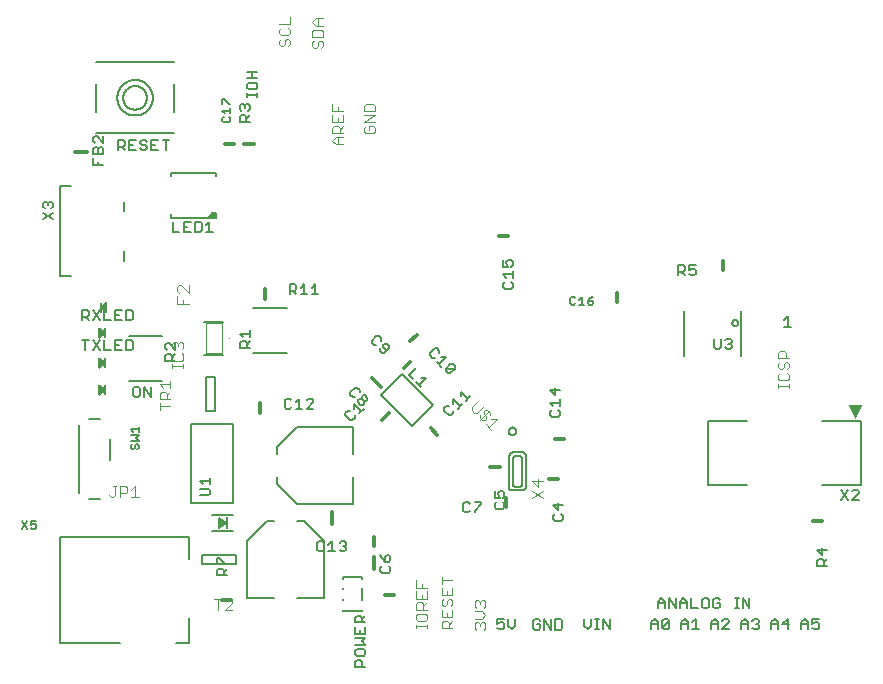
<source format=gbr>
G04 EAGLE Gerber RS-274X export*
G75*
%MOMM*%
%FSLAX34Y34*%
%LPD*%
%INSilkscreen Top*%
%IPPOS*%
%AMOC8*
5,1,8,0,0,1.08239X$1,22.5*%
G01*
%ADD10C,0.127000*%
%ADD11C,0.152400*%
%ADD12C,0.101600*%
%ADD13C,0.304800*%
%ADD14C,0.203200*%
%ADD15R,0.190500X0.889000*%
%ADD16R,0.200000X1.000000*%
%ADD17C,0.177800*%
%ADD18C,0.076200*%
%ADD19C,0.010000*%
%ADD20C,0.075000*%

G36*
X673429Y222412D02*
X673429Y222412D01*
X673473Y222409D01*
X673539Y222428D01*
X673607Y222437D01*
X673646Y222458D01*
X673689Y222470D01*
X673744Y222511D01*
X673804Y222543D01*
X673834Y222577D01*
X673870Y222603D01*
X673919Y222674D01*
X673953Y222712D01*
X673961Y222733D01*
X673977Y222756D01*
X678977Y232756D01*
X679005Y232852D01*
X679037Y232946D01*
X679037Y232959D01*
X679041Y232972D01*
X679034Y233071D01*
X679031Y233171D01*
X679026Y233182D01*
X679025Y233195D01*
X678984Y233286D01*
X678946Y233378D01*
X678938Y233388D01*
X678932Y233400D01*
X678862Y233471D01*
X678795Y233544D01*
X678784Y233550D01*
X678774Y233559D01*
X678684Y233601D01*
X678595Y233647D01*
X678581Y233649D01*
X678571Y233654D01*
X678524Y233657D01*
X678410Y233674D01*
X668410Y233674D01*
X668312Y233657D01*
X668213Y233643D01*
X668202Y233637D01*
X668189Y233635D01*
X668103Y233584D01*
X668016Y233537D01*
X668007Y233527D01*
X667996Y233520D01*
X667933Y233443D01*
X667867Y233368D01*
X667863Y233356D01*
X667855Y233346D01*
X667823Y233252D01*
X667787Y233159D01*
X667787Y233146D01*
X667783Y233134D01*
X667786Y233034D01*
X667785Y232935D01*
X667789Y232921D01*
X667789Y232909D01*
X667807Y232866D01*
X667843Y232756D01*
X672843Y222756D01*
X672869Y222721D01*
X672888Y222680D01*
X672936Y222631D01*
X672977Y222577D01*
X673014Y222553D01*
X673046Y222521D01*
X673108Y222492D01*
X673165Y222455D01*
X673209Y222445D01*
X673249Y222426D01*
X673318Y222421D01*
X673384Y222406D01*
X673429Y222412D01*
G37*
G36*
X33077Y290074D02*
X33077Y290074D01*
X33095Y290072D01*
X33197Y290100D01*
X33300Y290122D01*
X33315Y290131D01*
X33332Y290136D01*
X33477Y290221D01*
X38557Y294031D01*
X38560Y294034D01*
X38564Y294036D01*
X38645Y294123D01*
X38727Y294208D01*
X38729Y294212D01*
X38732Y294215D01*
X38782Y294324D01*
X38832Y294431D01*
X38832Y294435D01*
X38834Y294439D01*
X38847Y294557D01*
X38860Y294675D01*
X38860Y294679D01*
X38860Y294684D01*
X38834Y294800D01*
X38810Y294916D01*
X38807Y294920D01*
X38806Y294924D01*
X38745Y295026D01*
X38685Y295128D01*
X38681Y295131D01*
X38679Y295134D01*
X38557Y295249D01*
X33477Y299059D01*
X33461Y299067D01*
X33448Y299080D01*
X33433Y299087D01*
X33425Y299093D01*
X33375Y299113D01*
X33352Y299124D01*
X33259Y299173D01*
X33241Y299176D01*
X33225Y299183D01*
X33120Y299195D01*
X33016Y299211D01*
X32998Y299208D01*
X32981Y299210D01*
X32878Y299188D01*
X32773Y299170D01*
X32758Y299162D01*
X32740Y299158D01*
X32650Y299104D01*
X32557Y299054D01*
X32544Y299041D01*
X32529Y299032D01*
X32460Y298952D01*
X32388Y298875D01*
X32381Y298858D01*
X32369Y298845D01*
X32330Y298747D01*
X32286Y298651D01*
X32284Y298633D01*
X32277Y298617D01*
X32259Y298450D01*
X32259Y290830D01*
X32262Y290812D01*
X32260Y290795D01*
X32281Y290691D01*
X32299Y290587D01*
X32307Y290572D01*
X32311Y290554D01*
X32364Y290463D01*
X32414Y290370D01*
X32426Y290358D01*
X32436Y290342D01*
X32515Y290273D01*
X32592Y290201D01*
X32608Y290193D01*
X32622Y290181D01*
X32719Y290141D01*
X32815Y290097D01*
X32833Y290095D01*
X32849Y290088D01*
X32955Y290081D01*
X33059Y290070D01*
X33077Y290074D01*
G37*
G36*
X33077Y264674D02*
X33077Y264674D01*
X33095Y264672D01*
X33197Y264700D01*
X33300Y264722D01*
X33315Y264731D01*
X33332Y264736D01*
X33477Y264821D01*
X38557Y268631D01*
X38560Y268634D01*
X38564Y268636D01*
X38645Y268723D01*
X38727Y268808D01*
X38729Y268812D01*
X38732Y268815D01*
X38782Y268924D01*
X38832Y269031D01*
X38832Y269035D01*
X38834Y269039D01*
X38847Y269157D01*
X38860Y269275D01*
X38860Y269279D01*
X38860Y269284D01*
X38834Y269400D01*
X38810Y269516D01*
X38807Y269520D01*
X38806Y269524D01*
X38745Y269626D01*
X38685Y269728D01*
X38681Y269731D01*
X38679Y269734D01*
X38557Y269849D01*
X33477Y273659D01*
X33461Y273667D01*
X33448Y273680D01*
X33433Y273687D01*
X33425Y273693D01*
X33375Y273713D01*
X33352Y273724D01*
X33259Y273773D01*
X33241Y273776D01*
X33225Y273783D01*
X33120Y273795D01*
X33016Y273811D01*
X32998Y273808D01*
X32981Y273810D01*
X32878Y273788D01*
X32773Y273770D01*
X32758Y273762D01*
X32740Y273758D01*
X32650Y273704D01*
X32557Y273654D01*
X32544Y273641D01*
X32529Y273632D01*
X32460Y273552D01*
X32388Y273475D01*
X32381Y273458D01*
X32369Y273445D01*
X32330Y273347D01*
X32286Y273251D01*
X32284Y273233D01*
X32277Y273217D01*
X32259Y273050D01*
X32259Y265430D01*
X32262Y265412D01*
X32260Y265395D01*
X32281Y265291D01*
X32299Y265187D01*
X32307Y265172D01*
X32311Y265154D01*
X32364Y265063D01*
X32414Y264970D01*
X32426Y264958D01*
X32436Y264942D01*
X32515Y264873D01*
X32592Y264801D01*
X32608Y264793D01*
X32622Y264781D01*
X32719Y264741D01*
X32815Y264697D01*
X32833Y264695D01*
X32849Y264688D01*
X32955Y264681D01*
X33059Y264670D01*
X33077Y264674D01*
G37*
G36*
X33077Y241814D02*
X33077Y241814D01*
X33095Y241812D01*
X33197Y241840D01*
X33300Y241862D01*
X33315Y241871D01*
X33332Y241876D01*
X33477Y241961D01*
X38557Y245771D01*
X38560Y245774D01*
X38564Y245776D01*
X38645Y245863D01*
X38727Y245948D01*
X38729Y245952D01*
X38732Y245955D01*
X38782Y246064D01*
X38832Y246171D01*
X38832Y246175D01*
X38834Y246179D01*
X38847Y246297D01*
X38860Y246415D01*
X38860Y246419D01*
X38860Y246424D01*
X38834Y246540D01*
X38810Y246656D01*
X38807Y246660D01*
X38806Y246664D01*
X38745Y246766D01*
X38685Y246868D01*
X38681Y246871D01*
X38679Y246874D01*
X38557Y246989D01*
X33477Y250799D01*
X33461Y250807D01*
X33448Y250820D01*
X33433Y250827D01*
X33425Y250833D01*
X33375Y250853D01*
X33352Y250864D01*
X33259Y250913D01*
X33241Y250916D01*
X33225Y250923D01*
X33120Y250935D01*
X33016Y250951D01*
X32998Y250948D01*
X32981Y250950D01*
X32878Y250928D01*
X32773Y250910D01*
X32758Y250902D01*
X32740Y250898D01*
X32650Y250844D01*
X32557Y250794D01*
X32544Y250781D01*
X32529Y250772D01*
X32460Y250692D01*
X32388Y250615D01*
X32381Y250598D01*
X32369Y250585D01*
X32330Y250487D01*
X32286Y250391D01*
X32284Y250373D01*
X32277Y250357D01*
X32259Y250190D01*
X32259Y242570D01*
X32262Y242552D01*
X32260Y242535D01*
X32281Y242431D01*
X32299Y242327D01*
X32307Y242312D01*
X32311Y242294D01*
X32364Y242203D01*
X32414Y242110D01*
X32426Y242098D01*
X32436Y242082D01*
X32515Y242013D01*
X32592Y241941D01*
X32608Y241933D01*
X32622Y241921D01*
X32719Y241881D01*
X32815Y241837D01*
X32833Y241835D01*
X32849Y241828D01*
X32955Y241821D01*
X33059Y241810D01*
X33077Y241814D01*
G37*
G36*
X39392Y311662D02*
X39392Y311662D01*
X39409Y311660D01*
X39512Y311682D01*
X39617Y311700D01*
X39632Y311708D01*
X39650Y311712D01*
X39740Y311766D01*
X39834Y311816D01*
X39846Y311829D01*
X39861Y311838D01*
X39930Y311918D01*
X40002Y311995D01*
X40009Y312012D01*
X40021Y312025D01*
X40060Y312123D01*
X40104Y312219D01*
X40106Y312237D01*
X40113Y312253D01*
X40131Y312420D01*
X40131Y320040D01*
X40129Y320057D01*
X40130Y320072D01*
X40130Y320075D01*
X40109Y320179D01*
X40092Y320283D01*
X40083Y320298D01*
X40080Y320316D01*
X40026Y320407D01*
X39976Y320500D01*
X39964Y320512D01*
X39955Y320528D01*
X39875Y320597D01*
X39798Y320670D01*
X39782Y320677D01*
X39768Y320689D01*
X39671Y320729D01*
X39575Y320773D01*
X39557Y320775D01*
X39541Y320782D01*
X39435Y320789D01*
X39331Y320800D01*
X39313Y320796D01*
X39295Y320798D01*
X39193Y320770D01*
X39120Y320754D01*
X39117Y320754D01*
X39090Y320748D01*
X39075Y320739D01*
X39058Y320734D01*
X38913Y320649D01*
X33833Y316839D01*
X33830Y316836D01*
X33827Y316834D01*
X33745Y316747D01*
X33663Y316662D01*
X33661Y316658D01*
X33658Y316655D01*
X33608Y316546D01*
X33558Y316439D01*
X33558Y316435D01*
X33556Y316431D01*
X33543Y316313D01*
X33530Y316195D01*
X33530Y316191D01*
X33530Y316186D01*
X33556Y316070D01*
X33581Y315954D01*
X33583Y315950D01*
X33584Y315946D01*
X33645Y315844D01*
X33706Y315742D01*
X33709Y315739D01*
X33711Y315736D01*
X33833Y315621D01*
X38913Y311811D01*
X38929Y311803D01*
X38942Y311791D01*
X39038Y311746D01*
X39131Y311697D01*
X39149Y311694D01*
X39165Y311687D01*
X39270Y311675D01*
X39374Y311659D01*
X39392Y311662D01*
G37*
G36*
X132145Y391807D02*
X132145Y391807D01*
X132211Y391809D01*
X132254Y391827D01*
X132301Y391835D01*
X132358Y391869D01*
X132418Y391894D01*
X132453Y391925D01*
X132494Y391950D01*
X132536Y392001D01*
X132584Y392045D01*
X132606Y392087D01*
X132635Y392124D01*
X132656Y392186D01*
X132687Y392245D01*
X132695Y392299D01*
X132707Y392336D01*
X132706Y392376D01*
X132714Y392430D01*
X132714Y396240D01*
X132703Y396305D01*
X132701Y396371D01*
X132683Y396414D01*
X132675Y396461D01*
X132641Y396518D01*
X132616Y396578D01*
X132585Y396613D01*
X132560Y396654D01*
X132509Y396696D01*
X132465Y396744D01*
X132423Y396766D01*
X132386Y396795D01*
X132324Y396816D01*
X132265Y396847D01*
X132211Y396855D01*
X132174Y396867D01*
X132134Y396866D01*
X132080Y396874D01*
X128270Y396874D01*
X128228Y396867D01*
X128186Y396869D01*
X128119Y396847D01*
X128049Y396835D01*
X128013Y396813D01*
X127972Y396800D01*
X127899Y396746D01*
X127856Y396720D01*
X127853Y396717D01*
X127851Y396716D01*
X127841Y396703D01*
X127822Y396688D01*
X124012Y392878D01*
X123961Y392805D01*
X123905Y392736D01*
X123897Y392714D01*
X123883Y392694D01*
X123861Y392608D01*
X123833Y392524D01*
X123833Y392500D01*
X123828Y392477D01*
X123837Y392388D01*
X123839Y392299D01*
X123848Y392277D01*
X123851Y392254D01*
X123890Y392174D01*
X123924Y392092D01*
X123940Y392074D01*
X123950Y392053D01*
X124015Y391992D01*
X124075Y391926D01*
X124096Y391915D01*
X124113Y391899D01*
X124195Y391864D01*
X124275Y391823D01*
X124301Y391820D01*
X124320Y391811D01*
X124370Y391809D01*
X124460Y391796D01*
X132080Y391796D01*
X132145Y391807D01*
G37*
G36*
X135459Y130851D02*
X135459Y130851D01*
X135530Y130849D01*
X135600Y130868D01*
X135671Y130876D01*
X135726Y130901D01*
X135805Y130921D01*
X135908Y130982D01*
X135977Y131013D01*
X138977Y133013D01*
X139064Y133090D01*
X139154Y133163D01*
X139169Y133185D01*
X139189Y133203D01*
X139251Y133300D01*
X139318Y133395D01*
X139326Y133421D01*
X139341Y133443D01*
X139373Y133554D01*
X139411Y133664D01*
X139412Y133691D01*
X139419Y133716D01*
X139419Y133832D01*
X139425Y133948D01*
X139419Y133974D01*
X139419Y134001D01*
X139387Y134112D01*
X139361Y134225D01*
X139348Y134248D01*
X139340Y134274D01*
X139278Y134372D01*
X139222Y134473D01*
X139204Y134489D01*
X139189Y134514D01*
X138981Y134699D01*
X138977Y134703D01*
X135977Y136703D01*
X135913Y136734D01*
X135853Y136774D01*
X135785Y136795D01*
X135721Y136826D01*
X135650Y136838D01*
X135582Y136859D01*
X135511Y136861D01*
X135441Y136873D01*
X135369Y136865D01*
X135298Y136867D01*
X135229Y136849D01*
X135158Y136840D01*
X135092Y136813D01*
X135023Y136795D01*
X134962Y136758D01*
X134896Y136731D01*
X134840Y136686D01*
X134778Y136650D01*
X134729Y136598D01*
X134674Y136553D01*
X134633Y136495D01*
X134584Y136442D01*
X134551Y136379D01*
X134510Y136321D01*
X134487Y136253D01*
X134454Y136189D01*
X134444Y136130D01*
X134417Y136052D01*
X134411Y135933D01*
X134399Y135858D01*
X134399Y131858D01*
X134409Y131787D01*
X134409Y131715D01*
X134429Y131647D01*
X134439Y131577D01*
X134468Y131511D01*
X134488Y131442D01*
X134526Y131382D01*
X134555Y131317D01*
X134601Y131262D01*
X134639Y131202D01*
X134693Y131154D01*
X134739Y131100D01*
X134798Y131060D01*
X134852Y131013D01*
X134916Y130982D01*
X134975Y130943D01*
X135044Y130921D01*
X135108Y130890D01*
X135178Y130878D01*
X135246Y130857D01*
X135318Y130855D01*
X135389Y130843D01*
X135459Y130851D01*
G37*
D10*
X376137Y52713D02*
X370205Y52713D01*
X370205Y48264D01*
X373171Y49747D01*
X374654Y49747D01*
X376137Y48264D01*
X376137Y45298D01*
X374654Y43815D01*
X371688Y43815D01*
X370205Y45298D01*
X379560Y46781D02*
X379560Y52713D01*
X379560Y46781D02*
X382526Y43815D01*
X385492Y46781D01*
X385492Y52713D01*
X500521Y49869D02*
X500521Y43937D01*
X500521Y49869D02*
X503487Y52835D01*
X506453Y49869D01*
X506453Y43937D01*
X506453Y48386D02*
X500521Y48386D01*
X509876Y45420D02*
X509876Y51352D01*
X511359Y52835D01*
X514325Y52835D01*
X515808Y51352D01*
X515808Y45420D01*
X514325Y43937D01*
X511359Y43937D01*
X509876Y45420D01*
X515808Y51352D01*
D11*
X506222Y61722D02*
X506222Y67484D01*
X509103Y70365D01*
X511984Y67484D01*
X511984Y61722D01*
X511984Y66044D02*
X506222Y66044D01*
X515577Y70365D02*
X515577Y61722D01*
X521339Y61722D02*
X515577Y70365D01*
X521339Y70365D02*
X521339Y61722D01*
X524932Y61722D02*
X524932Y67484D01*
X527814Y70365D01*
X530695Y67484D01*
X530695Y61722D01*
X530695Y66044D02*
X524932Y66044D01*
X534288Y70365D02*
X534288Y61722D01*
X540050Y61722D01*
X545083Y70365D02*
X547964Y70365D01*
X545083Y70365D02*
X543643Y68925D01*
X543643Y63163D01*
X545083Y61722D01*
X547964Y61722D01*
X549405Y63163D01*
X549405Y68925D01*
X547964Y70365D01*
X557320Y70365D02*
X558760Y68925D01*
X557320Y70365D02*
X554439Y70365D01*
X552998Y68925D01*
X552998Y63163D01*
X554439Y61722D01*
X557320Y61722D01*
X558760Y63163D01*
X558760Y66044D01*
X555879Y66044D01*
X571708Y61722D02*
X574589Y61722D01*
X573149Y61722D02*
X573149Y70365D01*
X574589Y70365D02*
X571708Y70365D01*
X577945Y70365D02*
X577945Y61722D01*
X583707Y61722D02*
X577945Y70365D01*
X583707Y70365D02*
X583707Y61722D01*
D12*
X239820Y454709D02*
X233719Y454709D01*
X230668Y457760D01*
X233719Y460810D01*
X239820Y460810D01*
X235244Y460810D02*
X235244Y454709D01*
X239820Y464064D02*
X230668Y464064D01*
X230668Y468640D01*
X232194Y470166D01*
X235244Y470166D01*
X236769Y468640D01*
X236769Y464064D01*
X236769Y467115D02*
X239820Y470166D01*
X230668Y473420D02*
X230668Y479521D01*
X230668Y473420D02*
X239820Y473420D01*
X239820Y479521D01*
X235244Y476470D02*
X235244Y473420D01*
X239820Y482775D02*
X230668Y482775D01*
X230668Y488876D01*
X235244Y485825D02*
X235244Y482775D01*
D11*
X613226Y305968D02*
X616107Y308849D01*
X616107Y300206D01*
X613226Y300206D02*
X618988Y300206D01*
D12*
X258756Y469912D02*
X257230Y468386D01*
X257230Y465336D01*
X258756Y463810D01*
X264857Y463810D01*
X266382Y465336D01*
X266382Y468386D01*
X264857Y469912D01*
X261806Y469912D01*
X261806Y466861D01*
X266382Y473166D02*
X257230Y473166D01*
X266382Y479267D01*
X257230Y479267D01*
X257230Y482521D02*
X266382Y482521D01*
X266382Y487097D01*
X264857Y488622D01*
X258756Y488622D01*
X257230Y487097D01*
X257230Y482521D01*
X323080Y44958D02*
X332232Y44958D01*
X323080Y44958D02*
X323080Y49534D01*
X324606Y51059D01*
X327656Y51059D01*
X329181Y49534D01*
X329181Y44958D01*
X329181Y48009D02*
X332232Y51059D01*
X323080Y54313D02*
X323080Y60414D01*
X323080Y54313D02*
X332232Y54313D01*
X332232Y60414D01*
X327656Y57364D02*
X327656Y54313D01*
X323080Y68244D02*
X324606Y69770D01*
X323080Y68244D02*
X323080Y65194D01*
X324606Y63668D01*
X326131Y63668D01*
X327656Y65194D01*
X327656Y68244D01*
X329181Y69770D01*
X330707Y69770D01*
X332232Y68244D01*
X332232Y65194D01*
X330707Y63668D01*
X323080Y73024D02*
X323080Y79125D01*
X323080Y73024D02*
X332232Y73024D01*
X332232Y79125D01*
X327656Y76074D02*
X327656Y73024D01*
X332232Y85429D02*
X323080Y85429D01*
X323080Y82379D02*
X323080Y88480D01*
X351020Y45213D02*
X352546Y43688D01*
X351020Y45213D02*
X351020Y48264D01*
X352546Y49789D01*
X354071Y49789D01*
X355596Y48264D01*
X355596Y46739D01*
X355596Y48264D02*
X357121Y49789D01*
X358647Y49789D01*
X360172Y48264D01*
X360172Y45213D01*
X358647Y43688D01*
X357121Y53043D02*
X351020Y53043D01*
X357121Y53043D02*
X360172Y56094D01*
X357121Y59144D01*
X351020Y59144D01*
X352546Y62398D02*
X351020Y63924D01*
X351020Y66974D01*
X352546Y68500D01*
X354071Y68500D01*
X355596Y66974D01*
X355596Y65449D01*
X355596Y66974D02*
X357121Y68500D01*
X358647Y68500D01*
X360172Y66974D01*
X360172Y63924D01*
X358647Y62398D01*
D10*
X525921Y49869D02*
X525921Y43937D01*
X525921Y49869D02*
X528887Y52835D01*
X531853Y49869D01*
X531853Y43937D01*
X531853Y48386D02*
X525921Y48386D01*
X535276Y49869D02*
X538242Y52835D01*
X538242Y43937D01*
X535276Y43937D02*
X541208Y43937D01*
X551321Y43937D02*
X551321Y49869D01*
X554287Y52835D01*
X557253Y49869D01*
X557253Y43937D01*
X557253Y48386D02*
X551321Y48386D01*
X560676Y43937D02*
X566608Y43937D01*
X560676Y43937D02*
X566608Y49869D01*
X566608Y51352D01*
X565125Y52835D01*
X562159Y52835D01*
X560676Y51352D01*
X576721Y49869D02*
X576721Y43937D01*
X576721Y49869D02*
X579687Y52835D01*
X582653Y49869D01*
X582653Y43937D01*
X582653Y48386D02*
X576721Y48386D01*
X586076Y51352D02*
X587559Y52835D01*
X590525Y52835D01*
X592008Y51352D01*
X592008Y49869D01*
X590525Y48386D01*
X589042Y48386D01*
X590525Y48386D02*
X592008Y46903D01*
X592008Y45420D01*
X590525Y43937D01*
X587559Y43937D01*
X586076Y45420D01*
X602121Y43937D02*
X602121Y49869D01*
X605087Y52835D01*
X608053Y49869D01*
X608053Y43937D01*
X608053Y48386D02*
X602121Y48386D01*
X615925Y43937D02*
X615925Y52835D01*
X611476Y48386D01*
X617408Y48386D01*
X627521Y49869D02*
X627521Y43937D01*
X627521Y49869D02*
X630487Y52835D01*
X633453Y49869D01*
X633453Y43937D01*
X633453Y48386D02*
X627521Y48386D01*
X636876Y52835D02*
X642808Y52835D01*
X636876Y52835D02*
X636876Y48386D01*
X639842Y49869D01*
X641325Y49869D01*
X642808Y48386D01*
X642808Y45420D01*
X641325Y43937D01*
X638359Y43937D01*
X636876Y45420D01*
X443865Y46781D02*
X443865Y52713D01*
X443865Y46781D02*
X446831Y43815D01*
X449797Y46781D01*
X449797Y52713D01*
X453220Y43815D02*
X456186Y43815D01*
X454703Y43815D02*
X454703Y52713D01*
X453220Y52713D02*
X456186Y52713D01*
X459457Y52713D02*
X459457Y43815D01*
X465389Y43815D02*
X459457Y52713D01*
X465389Y52713D02*
X465389Y43815D01*
X406701Y51098D02*
X405218Y52581D01*
X402252Y52581D01*
X400769Y51098D01*
X400769Y45166D01*
X402252Y43683D01*
X405218Y43683D01*
X406701Y45166D01*
X406701Y48132D01*
X403735Y48132D01*
X410124Y43683D02*
X410124Y52581D01*
X416056Y43683D01*
X416056Y52581D01*
X419479Y52581D02*
X419479Y43683D01*
X423928Y43683D01*
X425411Y45166D01*
X425411Y51098D01*
X423928Y52581D01*
X419479Y52581D01*
D12*
X310642Y48009D02*
X310642Y44958D01*
X310642Y46483D02*
X301490Y46483D01*
X301490Y44958D02*
X301490Y48009D01*
X301490Y52720D02*
X301490Y55771D01*
X301490Y52720D02*
X303016Y51195D01*
X309117Y51195D01*
X310642Y52720D01*
X310642Y55771D01*
X309117Y57296D01*
X303016Y57296D01*
X301490Y55771D01*
X301490Y60550D02*
X310642Y60550D01*
X301490Y60550D02*
X301490Y65126D01*
X303016Y66651D01*
X306066Y66651D01*
X307591Y65126D01*
X307591Y60550D01*
X307591Y63601D02*
X310642Y66651D01*
X301490Y69905D02*
X301490Y76006D01*
X301490Y69905D02*
X310642Y69905D01*
X310642Y76006D01*
X306066Y72956D02*
X306066Y69905D01*
X310642Y79260D02*
X301490Y79260D01*
X301490Y85362D01*
X306066Y82311D02*
X306066Y79260D01*
X213562Y540892D02*
X215088Y542417D01*
X213562Y540892D02*
X213562Y537841D01*
X215088Y536316D01*
X216613Y536316D01*
X218138Y537841D01*
X218138Y540892D01*
X219663Y542417D01*
X221189Y542417D01*
X222714Y540892D01*
X222714Y537841D01*
X221189Y536316D01*
X222714Y545671D02*
X213562Y545671D01*
X222714Y545671D02*
X222714Y550247D01*
X221189Y551772D01*
X215088Y551772D01*
X213562Y550247D01*
X213562Y545671D01*
X216613Y555026D02*
X222714Y555026D01*
X216613Y555026D02*
X213562Y558077D01*
X216613Y561128D01*
X222714Y561128D01*
X218138Y561128D02*
X218138Y555026D01*
X187148Y543687D02*
X185622Y542162D01*
X185622Y539111D01*
X187148Y537586D01*
X188673Y537586D01*
X190198Y539111D01*
X190198Y542162D01*
X191723Y543687D01*
X193249Y543687D01*
X194774Y542162D01*
X194774Y539111D01*
X193249Y537586D01*
X185622Y551517D02*
X187148Y553042D01*
X185622Y551517D02*
X185622Y548466D01*
X187148Y546941D01*
X193249Y546941D01*
X194774Y548466D01*
X194774Y551517D01*
X193249Y553042D01*
X194774Y556296D02*
X185622Y556296D01*
X194774Y556296D02*
X194774Y562398D01*
X617352Y251579D02*
X617352Y248528D01*
X617352Y250053D02*
X608200Y250053D01*
X608200Y248528D02*
X608200Y251579D01*
X608200Y259341D02*
X609726Y260866D01*
X608200Y259341D02*
X608200Y256290D01*
X609726Y254765D01*
X615827Y254765D01*
X617352Y256290D01*
X617352Y259341D01*
X615827Y260866D01*
X608200Y268696D02*
X609726Y270221D01*
X608200Y268696D02*
X608200Y265645D01*
X609726Y264120D01*
X611251Y264120D01*
X612776Y265645D01*
X612776Y268696D01*
X614301Y270221D01*
X615827Y270221D01*
X617352Y268696D01*
X617352Y265645D01*
X615827Y264120D01*
X617352Y273475D02*
X608200Y273475D01*
X608200Y278051D01*
X609726Y279576D01*
X612776Y279576D01*
X614301Y278051D01*
X614301Y273475D01*
D13*
X229870Y143510D02*
X229870Y133350D01*
D14*
X181254Y70370D02*
X158254Y70370D01*
X158254Y118370D01*
X175254Y135370D01*
X181254Y135370D01*
X200254Y135370D02*
X206254Y135370D01*
X223254Y118370D01*
X223254Y70370D01*
X200254Y70370D01*
X248400Y150126D02*
X248400Y173126D01*
X248400Y150126D02*
X200400Y150126D01*
X183400Y167126D01*
X183400Y173126D01*
X183400Y192126D02*
X183400Y198126D01*
X200400Y215126D01*
X248400Y215126D01*
X248400Y192126D01*
D15*
X37918Y246380D03*
D11*
X63163Y249435D02*
X66044Y249435D01*
X63163Y249435D02*
X61722Y247995D01*
X61722Y242233D01*
X63163Y240792D01*
X66044Y240792D01*
X67484Y242233D01*
X67484Y247995D01*
X66044Y249435D01*
X71077Y249435D02*
X71077Y240792D01*
X76839Y240792D02*
X71077Y249435D01*
X76839Y249435D02*
X76839Y240792D01*
D14*
X128684Y126858D02*
X146144Y126858D01*
X146144Y140858D02*
X128684Y140858D01*
X134414Y129858D02*
X140414Y133858D01*
X134414Y129858D02*
X134414Y137858D01*
X140414Y133858D01*
D16*
X141414Y133858D03*
D15*
X34473Y316230D03*
D13*
X265430Y105410D02*
X265430Y95250D01*
D11*
X255750Y59440D02*
X239550Y59440D01*
X239550Y87880D02*
X255750Y87880D01*
X255750Y78880D02*
X255750Y68440D01*
X239550Y77940D02*
X239550Y78880D01*
X239550Y69380D02*
X239550Y68440D01*
X239550Y86940D02*
X239550Y87880D01*
X239550Y60380D02*
X239550Y59440D01*
X255750Y59440D02*
X255750Y60380D01*
X255750Y86940D02*
X255750Y87880D01*
D14*
X146778Y150904D02*
X110778Y150904D01*
X110778Y217904D02*
X146778Y217904D01*
X110778Y217904D02*
X110778Y150904D01*
X146778Y151624D02*
X146778Y191644D01*
X146778Y192404D02*
X146778Y217184D01*
D17*
X125221Y157353D02*
X118230Y157353D01*
X125221Y157353D02*
X126619Y158751D01*
X126619Y161548D01*
X125221Y162946D01*
X118230Y162946D01*
X121026Y166708D02*
X118230Y169505D01*
X126619Y169505D01*
X126619Y172301D02*
X126619Y166708D01*
D13*
X168910Y227140D02*
X168910Y235140D01*
D17*
X194314Y239148D02*
X195712Y237750D01*
X194314Y239148D02*
X191517Y239148D01*
X190119Y237750D01*
X190119Y232157D01*
X191517Y230759D01*
X194314Y230759D01*
X195712Y232157D01*
X199474Y236352D02*
X202271Y239148D01*
X202271Y230759D01*
X205067Y230759D02*
X199474Y230759D01*
X208829Y230759D02*
X214422Y230759D01*
X208829Y230759D02*
X214422Y236352D01*
X214422Y237750D01*
X213024Y239148D01*
X210228Y239148D01*
X208829Y237750D01*
D13*
X265430Y122110D02*
X265430Y114110D01*
D17*
X223526Y117100D02*
X222128Y118498D01*
X219332Y118498D01*
X217933Y117100D01*
X217933Y111507D01*
X219332Y110109D01*
X222128Y110109D01*
X223526Y111507D01*
X227289Y115702D02*
X230085Y118498D01*
X230085Y110109D01*
X227289Y110109D02*
X232881Y110109D01*
X236644Y117100D02*
X238042Y118498D01*
X240838Y118498D01*
X242237Y117100D01*
X242237Y115702D01*
X240838Y114304D01*
X239440Y114304D01*
X240838Y114304D02*
X242237Y112905D01*
X242237Y111507D01*
X240838Y110109D01*
X238042Y110109D01*
X236644Y111507D01*
D11*
X148844Y99060D02*
X119888Y99060D01*
X119888Y106680D01*
X148844Y106680D01*
X148844Y99060D01*
D12*
X133438Y69350D02*
X133438Y60198D01*
X130388Y69350D02*
X136489Y69350D01*
X139743Y60198D02*
X145844Y60198D01*
X139743Y60198D02*
X145844Y66299D01*
X145844Y67825D01*
X144319Y69350D01*
X141268Y69350D01*
X139743Y67825D01*
D13*
X136970Y68580D02*
X144970Y68580D01*
D17*
X141351Y89789D02*
X132962Y89789D01*
X132962Y93984D01*
X134360Y95382D01*
X137156Y95382D01*
X138555Y93984D01*
X138555Y89789D01*
X138555Y92585D02*
X141351Y95382D01*
X132962Y99144D02*
X132962Y104737D01*
X134360Y104737D01*
X139953Y99144D01*
X141351Y99144D01*
D10*
X54180Y398000D02*
X54180Y406000D01*
X54180Y364000D02*
X54180Y356000D01*
X9180Y419000D02*
X180Y419000D01*
X180Y343000D01*
X9180Y343000D01*
D17*
X-14458Y390959D02*
X-6069Y396551D01*
X-6069Y390959D02*
X-14458Y396551D01*
X-13060Y400314D02*
X-14458Y401712D01*
X-14458Y404508D01*
X-13060Y405907D01*
X-11662Y405907D01*
X-10264Y404508D01*
X-10264Y403110D01*
X-10264Y404508D02*
X-8865Y405907D01*
X-7467Y405907D01*
X-6069Y404508D01*
X-6069Y401712D01*
X-7467Y400314D01*
D15*
X37918Y269240D03*
D17*
X21465Y280289D02*
X21465Y288678D01*
X18669Y288678D02*
X24262Y288678D01*
X28024Y288678D02*
X33617Y280289D01*
X28024Y280289D02*
X33617Y288678D01*
X37379Y288678D02*
X37379Y280289D01*
X42972Y280289D01*
X46735Y288678D02*
X52327Y288678D01*
X46735Y288678D02*
X46735Y280289D01*
X52327Y280289D01*
X49531Y284484D02*
X46735Y284484D01*
X56090Y288678D02*
X56090Y280289D01*
X60284Y280289D01*
X61683Y281687D01*
X61683Y287280D01*
X60284Y288678D01*
X56090Y288678D01*
D15*
X37918Y294640D03*
D17*
X18669Y305689D02*
X18669Y314078D01*
X22864Y314078D01*
X24262Y312680D01*
X24262Y309884D01*
X22864Y308485D01*
X18669Y308485D01*
X21465Y308485D02*
X24262Y305689D01*
X28024Y314078D02*
X33617Y305689D01*
X28024Y305689D02*
X33617Y314078D01*
X37379Y314078D02*
X37379Y305689D01*
X42972Y305689D01*
X46735Y314078D02*
X52327Y314078D01*
X46735Y314078D02*
X46735Y305689D01*
X52327Y305689D01*
X49531Y309884D02*
X46735Y309884D01*
X56090Y314078D02*
X56090Y305689D01*
X60284Y305689D01*
X61683Y307087D01*
X61683Y312680D01*
X60284Y314078D01*
X56090Y314078D01*
D18*
X99433Y319491D02*
X108839Y319491D01*
X99433Y319491D02*
X99433Y325761D01*
X104136Y322626D02*
X104136Y319491D01*
X108839Y328846D02*
X108839Y335117D01*
X108839Y328846D02*
X102568Y335117D01*
X101001Y335117D01*
X99433Y333549D01*
X99433Y330413D01*
X101001Y328846D01*
D14*
X96500Y464030D02*
X30500Y464030D01*
X30500Y524030D02*
X96500Y524030D01*
X96500Y506030D02*
X96500Y482030D01*
X30500Y482030D02*
X30500Y506030D01*
X48467Y494030D02*
X48472Y494399D01*
X48485Y494768D01*
X48508Y495136D01*
X48539Y495503D01*
X48580Y495870D01*
X48630Y496236D01*
X48688Y496600D01*
X48756Y496963D01*
X48832Y497324D01*
X48918Y497683D01*
X49012Y498039D01*
X49114Y498394D01*
X49226Y498746D01*
X49346Y499094D01*
X49474Y499440D01*
X49611Y499783D01*
X49757Y500122D01*
X49910Y500457D01*
X50072Y500789D01*
X50242Y501117D01*
X50420Y501440D01*
X50606Y501759D01*
X50799Y502073D01*
X51001Y502382D01*
X51209Y502686D01*
X51425Y502985D01*
X51649Y503279D01*
X51879Y503567D01*
X52117Y503849D01*
X52361Y504126D01*
X52612Y504396D01*
X52870Y504660D01*
X53134Y504918D01*
X53404Y505169D01*
X53681Y505413D01*
X53963Y505651D01*
X54251Y505881D01*
X54545Y506105D01*
X54844Y506321D01*
X55148Y506529D01*
X55457Y506731D01*
X55771Y506924D01*
X56090Y507110D01*
X56413Y507288D01*
X56741Y507458D01*
X57073Y507620D01*
X57408Y507773D01*
X57747Y507919D01*
X58090Y508056D01*
X58436Y508184D01*
X58784Y508304D01*
X59136Y508416D01*
X59491Y508518D01*
X59847Y508612D01*
X60206Y508698D01*
X60567Y508774D01*
X60930Y508842D01*
X61294Y508900D01*
X61660Y508950D01*
X62027Y508991D01*
X62394Y509022D01*
X62762Y509045D01*
X63131Y509058D01*
X63500Y509063D01*
X63869Y509058D01*
X64238Y509045D01*
X64606Y509022D01*
X64973Y508991D01*
X65340Y508950D01*
X65706Y508900D01*
X66070Y508842D01*
X66433Y508774D01*
X66794Y508698D01*
X67153Y508612D01*
X67509Y508518D01*
X67864Y508416D01*
X68216Y508304D01*
X68564Y508184D01*
X68910Y508056D01*
X69253Y507919D01*
X69592Y507773D01*
X69927Y507620D01*
X70259Y507458D01*
X70587Y507288D01*
X70910Y507110D01*
X71229Y506924D01*
X71543Y506731D01*
X71852Y506529D01*
X72156Y506321D01*
X72455Y506105D01*
X72749Y505881D01*
X73037Y505651D01*
X73319Y505413D01*
X73596Y505169D01*
X73866Y504918D01*
X74130Y504660D01*
X74388Y504396D01*
X74639Y504126D01*
X74883Y503849D01*
X75121Y503567D01*
X75351Y503279D01*
X75575Y502985D01*
X75791Y502686D01*
X75999Y502382D01*
X76201Y502073D01*
X76394Y501759D01*
X76580Y501440D01*
X76758Y501117D01*
X76928Y500789D01*
X77090Y500457D01*
X77243Y500122D01*
X77389Y499783D01*
X77526Y499440D01*
X77654Y499094D01*
X77774Y498746D01*
X77886Y498394D01*
X77988Y498039D01*
X78082Y497683D01*
X78168Y497324D01*
X78244Y496963D01*
X78312Y496600D01*
X78370Y496236D01*
X78420Y495870D01*
X78461Y495503D01*
X78492Y495136D01*
X78515Y494768D01*
X78528Y494399D01*
X78533Y494030D01*
X78528Y493661D01*
X78515Y493292D01*
X78492Y492924D01*
X78461Y492557D01*
X78420Y492190D01*
X78370Y491824D01*
X78312Y491460D01*
X78244Y491097D01*
X78168Y490736D01*
X78082Y490377D01*
X77988Y490021D01*
X77886Y489666D01*
X77774Y489314D01*
X77654Y488966D01*
X77526Y488620D01*
X77389Y488277D01*
X77243Y487938D01*
X77090Y487603D01*
X76928Y487271D01*
X76758Y486943D01*
X76580Y486620D01*
X76394Y486301D01*
X76201Y485987D01*
X75999Y485678D01*
X75791Y485374D01*
X75575Y485075D01*
X75351Y484781D01*
X75121Y484493D01*
X74883Y484211D01*
X74639Y483934D01*
X74388Y483664D01*
X74130Y483400D01*
X73866Y483142D01*
X73596Y482891D01*
X73319Y482647D01*
X73037Y482409D01*
X72749Y482179D01*
X72455Y481955D01*
X72156Y481739D01*
X71852Y481531D01*
X71543Y481329D01*
X71229Y481136D01*
X70910Y480950D01*
X70587Y480772D01*
X70259Y480602D01*
X69927Y480440D01*
X69592Y480287D01*
X69253Y480141D01*
X68910Y480004D01*
X68564Y479876D01*
X68216Y479756D01*
X67864Y479644D01*
X67509Y479542D01*
X67153Y479448D01*
X66794Y479362D01*
X66433Y479286D01*
X66070Y479218D01*
X65706Y479160D01*
X65340Y479110D01*
X64973Y479069D01*
X64606Y479038D01*
X64238Y479015D01*
X63869Y479002D01*
X63500Y478997D01*
X63131Y479002D01*
X62762Y479015D01*
X62394Y479038D01*
X62027Y479069D01*
X61660Y479110D01*
X61294Y479160D01*
X60930Y479218D01*
X60567Y479286D01*
X60206Y479362D01*
X59847Y479448D01*
X59491Y479542D01*
X59136Y479644D01*
X58784Y479756D01*
X58436Y479876D01*
X58090Y480004D01*
X57747Y480141D01*
X57408Y480287D01*
X57073Y480440D01*
X56741Y480602D01*
X56413Y480772D01*
X56090Y480950D01*
X55771Y481136D01*
X55457Y481329D01*
X55148Y481531D01*
X54844Y481739D01*
X54545Y481955D01*
X54251Y482179D01*
X53963Y482409D01*
X53681Y482647D01*
X53404Y482891D01*
X53134Y483142D01*
X52870Y483400D01*
X52612Y483664D01*
X52361Y483934D01*
X52117Y484211D01*
X51879Y484493D01*
X51649Y484781D01*
X51425Y485075D01*
X51209Y485374D01*
X51001Y485678D01*
X50799Y485987D01*
X50606Y486301D01*
X50420Y486620D01*
X50242Y486943D01*
X50072Y487271D01*
X49910Y487603D01*
X49757Y487938D01*
X49611Y488277D01*
X49474Y488620D01*
X49346Y488966D01*
X49226Y489314D01*
X49114Y489666D01*
X49012Y490021D01*
X48918Y490377D01*
X48832Y490736D01*
X48756Y491097D01*
X48688Y491460D01*
X48630Y491824D01*
X48580Y492190D01*
X48539Y492557D01*
X48508Y492924D01*
X48485Y493292D01*
X48472Y493661D01*
X48467Y494030D01*
X53500Y494030D02*
X53503Y494275D01*
X53512Y494521D01*
X53527Y494766D01*
X53548Y495010D01*
X53575Y495254D01*
X53608Y495497D01*
X53647Y495740D01*
X53692Y495981D01*
X53743Y496221D01*
X53800Y496460D01*
X53862Y496697D01*
X53931Y496933D01*
X54005Y497167D01*
X54085Y497399D01*
X54170Y497629D01*
X54261Y497857D01*
X54358Y498082D01*
X54460Y498306D01*
X54568Y498526D01*
X54681Y498744D01*
X54799Y498959D01*
X54923Y499171D01*
X55051Y499380D01*
X55185Y499586D01*
X55324Y499788D01*
X55468Y499987D01*
X55617Y500182D01*
X55770Y500374D01*
X55928Y500562D01*
X56090Y500746D01*
X56258Y500925D01*
X56429Y501101D01*
X56605Y501272D01*
X56784Y501440D01*
X56968Y501602D01*
X57156Y501760D01*
X57348Y501913D01*
X57543Y502062D01*
X57742Y502206D01*
X57944Y502345D01*
X58150Y502479D01*
X58359Y502607D01*
X58571Y502731D01*
X58786Y502849D01*
X59004Y502962D01*
X59224Y503070D01*
X59448Y503172D01*
X59673Y503269D01*
X59901Y503360D01*
X60131Y503445D01*
X60363Y503525D01*
X60597Y503599D01*
X60833Y503668D01*
X61070Y503730D01*
X61309Y503787D01*
X61549Y503838D01*
X61790Y503883D01*
X62033Y503922D01*
X62276Y503955D01*
X62520Y503982D01*
X62764Y504003D01*
X63009Y504018D01*
X63255Y504027D01*
X63500Y504030D01*
X63745Y504027D01*
X63991Y504018D01*
X64236Y504003D01*
X64480Y503982D01*
X64724Y503955D01*
X64967Y503922D01*
X65210Y503883D01*
X65451Y503838D01*
X65691Y503787D01*
X65930Y503730D01*
X66167Y503668D01*
X66403Y503599D01*
X66637Y503525D01*
X66869Y503445D01*
X67099Y503360D01*
X67327Y503269D01*
X67552Y503172D01*
X67776Y503070D01*
X67996Y502962D01*
X68214Y502849D01*
X68429Y502731D01*
X68641Y502607D01*
X68850Y502479D01*
X69056Y502345D01*
X69258Y502206D01*
X69457Y502062D01*
X69652Y501913D01*
X69844Y501760D01*
X70032Y501602D01*
X70216Y501440D01*
X70395Y501272D01*
X70571Y501101D01*
X70742Y500925D01*
X70910Y500746D01*
X71072Y500562D01*
X71230Y500374D01*
X71383Y500182D01*
X71532Y499987D01*
X71676Y499788D01*
X71815Y499586D01*
X71949Y499380D01*
X72077Y499171D01*
X72201Y498959D01*
X72319Y498744D01*
X72432Y498526D01*
X72540Y498306D01*
X72642Y498082D01*
X72739Y497857D01*
X72830Y497629D01*
X72915Y497399D01*
X72995Y497167D01*
X73069Y496933D01*
X73138Y496697D01*
X73200Y496460D01*
X73257Y496221D01*
X73308Y495981D01*
X73353Y495740D01*
X73392Y495497D01*
X73425Y495254D01*
X73452Y495010D01*
X73473Y494766D01*
X73488Y494521D01*
X73497Y494275D01*
X73500Y494030D01*
X73497Y493785D01*
X73488Y493539D01*
X73473Y493294D01*
X73452Y493050D01*
X73425Y492806D01*
X73392Y492563D01*
X73353Y492320D01*
X73308Y492079D01*
X73257Y491839D01*
X73200Y491600D01*
X73138Y491363D01*
X73069Y491127D01*
X72995Y490893D01*
X72915Y490661D01*
X72830Y490431D01*
X72739Y490203D01*
X72642Y489978D01*
X72540Y489754D01*
X72432Y489534D01*
X72319Y489316D01*
X72201Y489101D01*
X72077Y488889D01*
X71949Y488680D01*
X71815Y488474D01*
X71676Y488272D01*
X71532Y488073D01*
X71383Y487878D01*
X71230Y487686D01*
X71072Y487498D01*
X70910Y487314D01*
X70742Y487135D01*
X70571Y486959D01*
X70395Y486788D01*
X70216Y486620D01*
X70032Y486458D01*
X69844Y486300D01*
X69652Y486147D01*
X69457Y485998D01*
X69258Y485854D01*
X69056Y485715D01*
X68850Y485581D01*
X68641Y485453D01*
X68429Y485329D01*
X68214Y485211D01*
X67996Y485098D01*
X67776Y484990D01*
X67552Y484888D01*
X67327Y484791D01*
X67099Y484700D01*
X66869Y484615D01*
X66637Y484535D01*
X66403Y484461D01*
X66167Y484392D01*
X65930Y484330D01*
X65691Y484273D01*
X65451Y484222D01*
X65210Y484177D01*
X64967Y484138D01*
X64724Y484105D01*
X64480Y484078D01*
X64236Y484057D01*
X63991Y484042D01*
X63745Y484033D01*
X63500Y484030D01*
X63255Y484033D01*
X63009Y484042D01*
X62764Y484057D01*
X62520Y484078D01*
X62276Y484105D01*
X62033Y484138D01*
X61790Y484177D01*
X61549Y484222D01*
X61309Y484273D01*
X61070Y484330D01*
X60833Y484392D01*
X60597Y484461D01*
X60363Y484535D01*
X60131Y484615D01*
X59901Y484700D01*
X59673Y484791D01*
X59448Y484888D01*
X59224Y484990D01*
X59004Y485098D01*
X58786Y485211D01*
X58571Y485329D01*
X58359Y485453D01*
X58150Y485581D01*
X57944Y485715D01*
X57742Y485854D01*
X57543Y485998D01*
X57348Y486147D01*
X57156Y486300D01*
X56968Y486458D01*
X56784Y486620D01*
X56605Y486788D01*
X56429Y486959D01*
X56258Y487135D01*
X56090Y487314D01*
X55928Y487498D01*
X55770Y487686D01*
X55617Y487878D01*
X55468Y488073D01*
X55324Y488272D01*
X55185Y488474D01*
X55051Y488680D01*
X54923Y488889D01*
X54799Y489101D01*
X54681Y489316D01*
X54568Y489534D01*
X54460Y489754D01*
X54358Y489978D01*
X54261Y490203D01*
X54170Y490431D01*
X54085Y490661D01*
X54005Y490893D01*
X53931Y491127D01*
X53862Y491363D01*
X53800Y491600D01*
X53743Y491839D01*
X53692Y492079D01*
X53647Y492320D01*
X53608Y492563D01*
X53575Y492806D01*
X53548Y493050D01*
X53527Y493294D01*
X53512Y493539D01*
X53503Y493785D01*
X53500Y494030D01*
D17*
X49363Y458148D02*
X49363Y449759D01*
X49363Y458148D02*
X53558Y458148D01*
X54956Y456750D01*
X54956Y453954D01*
X53558Y452555D01*
X49363Y452555D01*
X52159Y452555D02*
X54956Y449759D01*
X58718Y458148D02*
X64311Y458148D01*
X58718Y458148D02*
X58718Y449759D01*
X64311Y449759D01*
X61515Y453954D02*
X58718Y453954D01*
X72268Y458148D02*
X73666Y456750D01*
X72268Y458148D02*
X69472Y458148D01*
X68073Y456750D01*
X68073Y455352D01*
X69472Y453954D01*
X72268Y453954D01*
X73666Y452555D01*
X73666Y451157D01*
X72268Y449759D01*
X69472Y449759D01*
X68073Y451157D01*
X77429Y458148D02*
X83021Y458148D01*
X77429Y458148D02*
X77429Y449759D01*
X83021Y449759D01*
X80225Y453954D02*
X77429Y453954D01*
X89580Y449759D02*
X89580Y458148D01*
X86784Y458148D02*
X92377Y458148D01*
X167071Y494927D02*
X167071Y497723D01*
X167071Y496325D02*
X158682Y496325D01*
X158682Y494927D02*
X158682Y497723D01*
X158682Y502562D02*
X158682Y505358D01*
X158682Y502562D02*
X160080Y501164D01*
X165673Y501164D01*
X167071Y502562D01*
X167071Y505358D01*
X165673Y506757D01*
X160080Y506757D01*
X158682Y505358D01*
X158682Y510519D02*
X167071Y510519D01*
X162876Y510519D02*
X162876Y516112D01*
X158682Y516112D02*
X167071Y516112D01*
X250122Y12327D02*
X258511Y12327D01*
X250122Y12327D02*
X250122Y16522D01*
X251520Y17920D01*
X254316Y17920D01*
X255715Y16522D01*
X255715Y12327D01*
X250122Y23080D02*
X250122Y25877D01*
X250122Y23080D02*
X251520Y21682D01*
X257113Y21682D01*
X258511Y23080D01*
X258511Y25877D01*
X257113Y27275D01*
X251520Y27275D01*
X250122Y25877D01*
X250122Y31037D02*
X258511Y31037D01*
X255715Y33834D01*
X258511Y36630D01*
X250122Y36630D01*
X250122Y40393D02*
X250122Y45985D01*
X250122Y40393D02*
X258511Y40393D01*
X258511Y45985D01*
X254316Y43189D02*
X254316Y40393D01*
X258511Y49748D02*
X250122Y49748D01*
X250122Y53942D01*
X251520Y55341D01*
X254316Y55341D01*
X255715Y53942D01*
X255715Y49748D01*
X255715Y52544D02*
X258511Y55341D01*
D13*
X22860Y448310D02*
X12700Y448310D01*
D17*
X28187Y437008D02*
X36576Y437008D01*
X28187Y437008D02*
X28187Y442601D01*
X32381Y439805D02*
X32381Y437008D01*
X36576Y446364D02*
X28187Y446364D01*
X28187Y450558D01*
X29585Y451956D01*
X30983Y451956D01*
X32381Y450558D01*
X33780Y451956D01*
X35178Y451956D01*
X36576Y450558D01*
X36576Y446364D01*
X32381Y446364D02*
X32381Y450558D01*
X36576Y455719D02*
X36576Y461312D01*
X36576Y455719D02*
X30983Y461312D01*
X29585Y461312D01*
X28187Y459913D01*
X28187Y457117D01*
X29585Y455719D01*
D12*
X41656Y157481D02*
X43181Y155956D01*
X44707Y155956D01*
X46232Y157481D01*
X46232Y165108D01*
X44707Y165108D02*
X47757Y165108D01*
X51011Y165108D02*
X51011Y155956D01*
X51011Y165108D02*
X55587Y165108D01*
X57112Y163583D01*
X57112Y160532D01*
X55587Y159007D01*
X51011Y159007D01*
X60366Y162057D02*
X63417Y165108D01*
X63417Y155956D01*
X60366Y155956D02*
X66468Y155956D01*
D11*
X123190Y228854D02*
X123190Y257810D01*
X130810Y257810D01*
X130810Y228854D01*
X123190Y228854D01*
D12*
X93472Y232667D02*
X84320Y232667D01*
X84320Y235717D02*
X84320Y229616D01*
X84320Y238971D02*
X93472Y238971D01*
X84320Y238971D02*
X84320Y243547D01*
X85846Y245072D01*
X88896Y245072D01*
X90421Y243547D01*
X90421Y238971D01*
X90421Y242022D02*
X93472Y245072D01*
X87371Y248326D02*
X84320Y251377D01*
X93472Y251377D01*
X93472Y248326D02*
X93472Y254428D01*
D13*
X173228Y323914D02*
X173228Y331914D01*
D17*
X194437Y335922D02*
X194437Y327533D01*
X194437Y335922D02*
X198632Y335922D01*
X200030Y334524D01*
X200030Y331728D01*
X198632Y330329D01*
X194437Y330329D01*
X197233Y330329D02*
X200030Y327533D01*
X203792Y333126D02*
X206589Y335922D01*
X206589Y327533D01*
X209385Y327533D02*
X203792Y327533D01*
X213147Y333126D02*
X215944Y335922D01*
X215944Y327533D01*
X218740Y327533D02*
X213147Y327533D01*
D19*
X143302Y290322D02*
X143202Y290322D01*
D10*
X138302Y304522D02*
X122302Y304522D01*
X122302Y276122D02*
X138302Y276122D01*
D20*
X123802Y277622D02*
X123802Y303122D01*
X136902Y303122D01*
X136902Y277622D01*
X123802Y277622D01*
D18*
X104521Y268438D02*
X104521Y265303D01*
X104521Y266871D02*
X95115Y266871D01*
X95115Y268438D02*
X95115Y265303D01*
X95115Y276243D02*
X96683Y277810D01*
X95115Y276243D02*
X95115Y273107D01*
X96683Y271540D01*
X102953Y271540D01*
X104521Y273107D01*
X104521Y276243D01*
X102953Y277810D01*
X96683Y280895D02*
X95115Y282463D01*
X95115Y285598D01*
X96683Y287166D01*
X98250Y287166D01*
X99818Y285598D01*
X99818Y284030D01*
X99818Y285598D02*
X101386Y287166D01*
X102953Y287166D01*
X104521Y285598D01*
X104521Y282463D01*
X102953Y280895D01*
D14*
X86390Y254050D02*
X58390Y254050D01*
X58390Y292050D02*
X86390Y292050D01*
D17*
X89272Y271229D02*
X97661Y271229D01*
X89272Y271229D02*
X89272Y275423D01*
X90670Y276821D01*
X93466Y276821D01*
X94865Y275423D01*
X94865Y271229D01*
X94865Y274025D02*
X97661Y276821D01*
X97661Y280584D02*
X97661Y286177D01*
X97661Y280584D02*
X92068Y286177D01*
X90670Y286177D01*
X89272Y284778D01*
X89272Y281982D01*
X90670Y280584D01*
D14*
X163800Y316180D02*
X191800Y316180D01*
X191800Y278180D02*
X163800Y278180D01*
D17*
X160911Y282069D02*
X152522Y282069D01*
X152522Y286264D01*
X153920Y287662D01*
X156716Y287662D01*
X158115Y286264D01*
X158115Y282069D01*
X158115Y284865D02*
X160911Y287662D01*
X155318Y291424D02*
X152522Y294221D01*
X160911Y294221D01*
X160911Y297017D02*
X160911Y291424D01*
D10*
X645410Y166040D02*
X678410Y166040D01*
X678410Y220040D01*
X645410Y220040D01*
X581410Y166040D02*
X548410Y166040D01*
X548410Y220040D01*
X581410Y220040D01*
D17*
X661589Y162158D02*
X667181Y153769D01*
X661589Y153769D02*
X667181Y162158D01*
X670944Y153769D02*
X676537Y153769D01*
X670944Y153769D02*
X676537Y159362D01*
X676537Y160760D01*
X675138Y162158D01*
X672342Y162158D01*
X670944Y160760D01*
D13*
X645350Y135890D02*
X637350Y135890D01*
D17*
X640962Y97749D02*
X649351Y97749D01*
X640962Y97749D02*
X640962Y101943D01*
X642360Y103341D01*
X645156Y103341D01*
X646555Y101943D01*
X646555Y97749D01*
X646555Y100545D02*
X649351Y103341D01*
X649351Y111298D02*
X640962Y111298D01*
X645156Y107104D01*
X645156Y112697D01*
D14*
X576450Y275640D02*
X576450Y313640D01*
X528450Y313640D02*
X528450Y275640D01*
X569214Y303530D02*
X569216Y303630D01*
X569222Y303731D01*
X569232Y303830D01*
X569246Y303930D01*
X569263Y304029D01*
X569285Y304127D01*
X569311Y304224D01*
X569340Y304320D01*
X569373Y304414D01*
X569410Y304508D01*
X569450Y304600D01*
X569494Y304690D01*
X569542Y304778D01*
X569593Y304865D01*
X569647Y304949D01*
X569705Y305031D01*
X569766Y305111D01*
X569830Y305188D01*
X569897Y305263D01*
X569967Y305335D01*
X570040Y305404D01*
X570115Y305470D01*
X570193Y305534D01*
X570273Y305594D01*
X570356Y305651D01*
X570441Y305704D01*
X570528Y305754D01*
X570617Y305801D01*
X570707Y305844D01*
X570799Y305884D01*
X570893Y305920D01*
X570988Y305952D01*
X571084Y305980D01*
X571182Y306005D01*
X571280Y306025D01*
X571379Y306042D01*
X571479Y306055D01*
X571578Y306064D01*
X571679Y306069D01*
X571779Y306070D01*
X571879Y306067D01*
X571980Y306060D01*
X572079Y306049D01*
X572179Y306034D01*
X572277Y306016D01*
X572375Y305993D01*
X572472Y305966D01*
X572567Y305936D01*
X572662Y305902D01*
X572755Y305864D01*
X572846Y305823D01*
X572936Y305778D01*
X573024Y305730D01*
X573110Y305678D01*
X573194Y305623D01*
X573275Y305564D01*
X573354Y305502D01*
X573431Y305438D01*
X573505Y305370D01*
X573576Y305299D01*
X573645Y305226D01*
X573710Y305150D01*
X573773Y305071D01*
X573832Y304990D01*
X573888Y304907D01*
X573941Y304822D01*
X573990Y304734D01*
X574036Y304645D01*
X574078Y304554D01*
X574117Y304461D01*
X574152Y304367D01*
X574183Y304272D01*
X574211Y304175D01*
X574234Y304078D01*
X574254Y303979D01*
X574270Y303880D01*
X574282Y303781D01*
X574290Y303680D01*
X574294Y303580D01*
X574294Y303480D01*
X574290Y303380D01*
X574282Y303279D01*
X574270Y303180D01*
X574254Y303081D01*
X574234Y302982D01*
X574211Y302885D01*
X574183Y302788D01*
X574152Y302693D01*
X574117Y302599D01*
X574078Y302506D01*
X574036Y302415D01*
X573990Y302326D01*
X573941Y302238D01*
X573888Y302153D01*
X573832Y302070D01*
X573773Y301989D01*
X573710Y301910D01*
X573645Y301834D01*
X573576Y301761D01*
X573505Y301690D01*
X573431Y301622D01*
X573354Y301558D01*
X573275Y301496D01*
X573194Y301437D01*
X573110Y301382D01*
X573024Y301330D01*
X572936Y301282D01*
X572846Y301237D01*
X572755Y301196D01*
X572662Y301158D01*
X572567Y301124D01*
X572472Y301094D01*
X572375Y301067D01*
X572277Y301044D01*
X572179Y301026D01*
X572079Y301011D01*
X571980Y301000D01*
X571879Y300993D01*
X571779Y300990D01*
X571679Y300991D01*
X571578Y300996D01*
X571479Y301005D01*
X571379Y301018D01*
X571280Y301035D01*
X571182Y301055D01*
X571084Y301080D01*
X570988Y301108D01*
X570893Y301140D01*
X570799Y301176D01*
X570707Y301216D01*
X570617Y301259D01*
X570528Y301306D01*
X570441Y301356D01*
X570356Y301409D01*
X570273Y301466D01*
X570193Y301526D01*
X570115Y301590D01*
X570040Y301656D01*
X569967Y301725D01*
X569897Y301797D01*
X569830Y301872D01*
X569766Y301949D01*
X569705Y302029D01*
X569647Y302111D01*
X569593Y302195D01*
X569542Y302282D01*
X569494Y302370D01*
X569450Y302460D01*
X569410Y302552D01*
X569373Y302646D01*
X569340Y302740D01*
X569311Y302836D01*
X569285Y302933D01*
X569263Y303031D01*
X569246Y303130D01*
X569232Y303230D01*
X569222Y303329D01*
X569216Y303430D01*
X569214Y303530D01*
D17*
X553679Y289948D02*
X553679Y282957D01*
X555077Y281559D01*
X557873Y281559D01*
X559271Y282957D01*
X559271Y289948D01*
X563034Y288550D02*
X564432Y289948D01*
X567228Y289948D01*
X568627Y288550D01*
X568627Y287152D01*
X567228Y285754D01*
X565830Y285754D01*
X567228Y285754D02*
X568627Y284355D01*
X568627Y282957D01*
X567228Y281559D01*
X564432Y281559D01*
X563034Y282957D01*
D13*
X561340Y347790D02*
X561340Y355790D01*
D17*
X523199Y352178D02*
X523199Y343789D01*
X523199Y352178D02*
X527393Y352178D01*
X528791Y350780D01*
X528791Y347984D01*
X527393Y346585D01*
X523199Y346585D01*
X525995Y346585D02*
X528791Y343789D01*
X532554Y352178D02*
X538147Y352178D01*
X532554Y352178D02*
X532554Y347984D01*
X535350Y349382D01*
X536748Y349382D01*
X538147Y347984D01*
X538147Y345187D01*
X536748Y343789D01*
X533952Y343789D01*
X532554Y345187D01*
D10*
X132030Y392480D02*
X132030Y395480D01*
X132030Y392480D02*
X94030Y392480D01*
X94030Y395480D01*
X132030Y427480D02*
X132030Y430480D01*
X94030Y430480D01*
X94030Y427480D01*
D17*
X95548Y389008D02*
X95548Y380619D01*
X101141Y380619D01*
X104903Y389008D02*
X110496Y389008D01*
X104903Y389008D02*
X104903Y380619D01*
X110496Y380619D01*
X107700Y384814D02*
X104903Y384814D01*
X114259Y389008D02*
X114259Y380619D01*
X118453Y380619D01*
X119851Y382017D01*
X119851Y387610D01*
X118453Y389008D01*
X114259Y389008D01*
X123614Y386212D02*
X126410Y389008D01*
X126410Y380619D01*
X123614Y380619D02*
X129207Y380619D01*
D10*
X379852Y211682D02*
X379854Y211794D01*
X379860Y211906D01*
X379870Y212018D01*
X379884Y212129D01*
X379902Y212240D01*
X379923Y212350D01*
X379949Y212460D01*
X379979Y212568D01*
X380012Y212675D01*
X380049Y212781D01*
X380090Y212886D01*
X380135Y212989D01*
X380183Y213090D01*
X380235Y213190D01*
X380290Y213287D01*
X380348Y213383D01*
X380410Y213476D01*
X380476Y213568D01*
X380544Y213657D01*
X380616Y213743D01*
X380691Y213827D01*
X380768Y213908D01*
X380849Y213986D01*
X380932Y214062D01*
X381018Y214134D01*
X381106Y214203D01*
X381197Y214269D01*
X381289Y214332D01*
X381385Y214392D01*
X381482Y214448D01*
X381581Y214501D01*
X381682Y214550D01*
X381785Y214595D01*
X381889Y214637D01*
X381994Y214675D01*
X382101Y214709D01*
X382209Y214740D01*
X382318Y214766D01*
X382428Y214789D01*
X382539Y214808D01*
X382650Y214823D01*
X382762Y214834D01*
X382874Y214841D01*
X382986Y214844D01*
X383098Y214843D01*
X383210Y214838D01*
X383322Y214829D01*
X383434Y214816D01*
X383545Y214799D01*
X383655Y214778D01*
X383764Y214754D01*
X383873Y214725D01*
X383980Y214693D01*
X384087Y214656D01*
X384192Y214617D01*
X384295Y214573D01*
X384397Y214526D01*
X384497Y214475D01*
X384595Y214420D01*
X384691Y214363D01*
X384785Y214301D01*
X384877Y214237D01*
X384967Y214169D01*
X385054Y214098D01*
X385138Y214024D01*
X385220Y213947D01*
X385299Y213868D01*
X385375Y213785D01*
X385448Y213700D01*
X385518Y213612D01*
X385585Y213522D01*
X385649Y213430D01*
X385709Y213335D01*
X385766Y213239D01*
X385820Y213140D01*
X385870Y213039D01*
X385916Y212937D01*
X385959Y212833D01*
X385998Y212728D01*
X386033Y212622D01*
X386065Y212514D01*
X386092Y212405D01*
X386116Y212295D01*
X386136Y212185D01*
X386152Y212074D01*
X386164Y211962D01*
X386172Y211850D01*
X386176Y211738D01*
X386176Y211626D01*
X386172Y211514D01*
X386164Y211402D01*
X386152Y211290D01*
X386136Y211179D01*
X386116Y211069D01*
X386092Y210959D01*
X386065Y210850D01*
X386033Y210742D01*
X385998Y210636D01*
X385959Y210531D01*
X385916Y210427D01*
X385870Y210325D01*
X385820Y210224D01*
X385766Y210125D01*
X385709Y210029D01*
X385649Y209934D01*
X385585Y209842D01*
X385518Y209752D01*
X385448Y209664D01*
X385375Y209579D01*
X385299Y209496D01*
X385220Y209417D01*
X385138Y209340D01*
X385054Y209266D01*
X384967Y209195D01*
X384877Y209127D01*
X384785Y209063D01*
X384691Y209001D01*
X384595Y208944D01*
X384497Y208889D01*
X384397Y208838D01*
X384295Y208791D01*
X384192Y208747D01*
X384087Y208708D01*
X383980Y208671D01*
X383873Y208639D01*
X383764Y208610D01*
X383655Y208586D01*
X383545Y208565D01*
X383434Y208548D01*
X383322Y208535D01*
X383210Y208526D01*
X383098Y208521D01*
X382986Y208520D01*
X382874Y208523D01*
X382762Y208530D01*
X382650Y208541D01*
X382539Y208556D01*
X382428Y208575D01*
X382318Y208598D01*
X382209Y208624D01*
X382101Y208655D01*
X381994Y208689D01*
X381889Y208727D01*
X381785Y208769D01*
X381682Y208814D01*
X381581Y208863D01*
X381482Y208916D01*
X381385Y208972D01*
X381289Y209032D01*
X381197Y209095D01*
X381106Y209161D01*
X381018Y209230D01*
X380932Y209302D01*
X380849Y209378D01*
X380768Y209456D01*
X380691Y209537D01*
X380616Y209621D01*
X380544Y209707D01*
X380476Y209796D01*
X380410Y209888D01*
X380348Y209981D01*
X380290Y210077D01*
X380235Y210174D01*
X380183Y210274D01*
X380135Y210375D01*
X380090Y210478D01*
X380049Y210583D01*
X380012Y210689D01*
X379979Y210796D01*
X379949Y210904D01*
X379923Y211014D01*
X379902Y211124D01*
X379884Y211235D01*
X379870Y211346D01*
X379860Y211458D01*
X379854Y211570D01*
X379852Y211682D01*
D18*
X354194Y237428D02*
X348651Y231886D01*
X348651Y229669D01*
X350868Y227452D01*
X353085Y227452D01*
X358628Y232994D01*
X355267Y225271D02*
X355267Y223054D01*
X357484Y220837D01*
X359701Y220837D01*
X360809Y221945D01*
X360809Y224162D01*
X358592Y226379D01*
X358592Y228596D01*
X359701Y229705D01*
X361918Y229705D01*
X364135Y227488D01*
X364135Y225271D01*
X364135Y229705D02*
X355267Y220837D01*
X365207Y221981D02*
X369641Y221981D01*
X362990Y215330D01*
X360773Y217547D02*
X365207Y213113D01*
D13*
X271344Y249138D02*
X264160Y256322D01*
D17*
X245451Y229000D02*
X243474Y229000D01*
X241496Y227023D01*
X241496Y225046D01*
X245451Y221091D01*
X247428Y221091D01*
X249406Y223068D01*
X249406Y225046D01*
X249100Y230672D02*
X249100Y234627D01*
X255032Y228695D01*
X257009Y230672D02*
X253055Y226717D01*
D14*
X289855Y260018D02*
X315898Y233975D01*
X297937Y216014D01*
X271894Y242057D01*
X289855Y260018D01*
D17*
X295153Y259569D02*
X301085Y265501D01*
X295153Y259569D02*
X299108Y255614D01*
X305723Y256908D02*
X309678Y256908D01*
X303746Y250976D01*
X305723Y248999D02*
X301768Y252953D01*
D13*
X290914Y264987D02*
X296570Y270644D01*
D17*
X271808Y288321D02*
X271808Y290298D01*
X269831Y292276D01*
X267854Y292276D01*
X263899Y288321D01*
X263899Y286344D01*
X265876Y284366D01*
X267854Y284366D01*
X270514Y281706D02*
X270514Y279728D01*
X272491Y277751D01*
X274469Y277751D01*
X278423Y281706D01*
X278423Y283683D01*
X276446Y285660D01*
X274469Y285660D01*
X273480Y284672D01*
X273480Y282694D01*
X276446Y279728D01*
D13*
X164174Y454814D02*
X156174Y454814D01*
D17*
X152166Y473483D02*
X160555Y473483D01*
X152166Y473483D02*
X152166Y477678D01*
X153564Y479076D01*
X156360Y479076D01*
X157759Y477678D01*
X157759Y473483D01*
X157759Y476279D02*
X160555Y479076D01*
X153564Y482838D02*
X152166Y484236D01*
X152166Y487033D01*
X153564Y488431D01*
X154962Y488431D01*
X156360Y487033D01*
X156360Y485635D01*
X156360Y487033D02*
X157759Y488431D01*
X159157Y488431D01*
X160555Y487033D01*
X160555Y484236D01*
X159157Y482838D01*
D13*
X364300Y181610D02*
X372300Y181610D01*
D17*
X369310Y151601D02*
X367912Y150203D01*
X367912Y147407D01*
X369310Y146009D01*
X374903Y146009D01*
X376301Y147407D01*
X376301Y150203D01*
X374903Y151601D01*
X367912Y155364D02*
X367912Y160957D01*
X367912Y155364D02*
X372106Y155364D01*
X370708Y158160D01*
X370708Y159558D01*
X372106Y160957D01*
X374903Y160957D01*
X376301Y159558D01*
X376301Y156762D01*
X374903Y155364D01*
D13*
X377190Y155130D02*
X377190Y147130D01*
D17*
X347181Y150120D02*
X345783Y151518D01*
X342987Y151518D01*
X341589Y150120D01*
X341589Y144527D01*
X342987Y143129D01*
X345783Y143129D01*
X347181Y144527D01*
X350944Y151518D02*
X356537Y151518D01*
X356537Y150120D01*
X350944Y144527D01*
X350944Y143129D01*
D10*
X394350Y190972D02*
X394348Y191075D01*
X394342Y191178D01*
X394333Y191281D01*
X394320Y191384D01*
X394303Y191486D01*
X394282Y191587D01*
X394258Y191687D01*
X394230Y191787D01*
X394199Y191885D01*
X394163Y191982D01*
X394125Y192078D01*
X394083Y192172D01*
X394037Y192265D01*
X393988Y192356D01*
X393936Y192445D01*
X393881Y192532D01*
X393822Y192617D01*
X393760Y192700D01*
X393696Y192781D01*
X393628Y192859D01*
X393558Y192935D01*
X393485Y193008D01*
X393409Y193078D01*
X393331Y193146D01*
X393250Y193210D01*
X393167Y193272D01*
X393082Y193331D01*
X392995Y193386D01*
X392906Y193438D01*
X392815Y193487D01*
X392722Y193533D01*
X392628Y193575D01*
X392532Y193613D01*
X392435Y193649D01*
X392337Y193680D01*
X392237Y193708D01*
X392137Y193732D01*
X392036Y193753D01*
X391934Y193770D01*
X391831Y193783D01*
X391728Y193792D01*
X391625Y193798D01*
X391522Y193800D01*
X394350Y190972D02*
X394350Y164628D01*
X394348Y164525D01*
X394342Y164422D01*
X394333Y164319D01*
X394320Y164216D01*
X394303Y164114D01*
X394282Y164013D01*
X394258Y163913D01*
X394230Y163813D01*
X394199Y163715D01*
X394163Y163618D01*
X394125Y163522D01*
X394083Y163428D01*
X394037Y163335D01*
X393988Y163244D01*
X393936Y163155D01*
X393881Y163068D01*
X393822Y162983D01*
X393760Y162900D01*
X393696Y162819D01*
X393628Y162741D01*
X393558Y162665D01*
X393485Y162592D01*
X393409Y162522D01*
X393331Y162454D01*
X393250Y162390D01*
X393167Y162328D01*
X393082Y162269D01*
X392995Y162214D01*
X392906Y162162D01*
X392815Y162113D01*
X392722Y162067D01*
X392628Y162025D01*
X392532Y161987D01*
X392435Y161951D01*
X392337Y161920D01*
X392237Y161892D01*
X392137Y161868D01*
X392036Y161847D01*
X391934Y161830D01*
X391831Y161817D01*
X391728Y161808D01*
X391625Y161802D01*
X391522Y161800D01*
X382586Y161800D01*
X382494Y161802D01*
X382401Y161808D01*
X382309Y161817D01*
X382218Y161830D01*
X382127Y161848D01*
X382037Y161868D01*
X381948Y161893D01*
X381860Y161921D01*
X381773Y161953D01*
X381688Y161988D01*
X381604Y162027D01*
X381522Y162069D01*
X381441Y162115D01*
X381363Y162164D01*
X381287Y162216D01*
X381213Y162271D01*
X381141Y162330D01*
X381072Y162391D01*
X381005Y162455D01*
X380941Y162522D01*
X380880Y162591D01*
X380821Y162663D01*
X380766Y162737D01*
X380714Y162813D01*
X380665Y162891D01*
X380619Y162972D01*
X380577Y163054D01*
X380538Y163138D01*
X380503Y163223D01*
X380471Y163310D01*
X380443Y163398D01*
X380418Y163487D01*
X380398Y163577D01*
X380380Y163668D01*
X380367Y163759D01*
X380358Y163851D01*
X380352Y163944D01*
X380350Y164036D01*
X380350Y190638D01*
X380352Y190748D01*
X380358Y190859D01*
X380367Y190969D01*
X380381Y191078D01*
X380398Y191187D01*
X380419Y191295D01*
X380444Y191403D01*
X380472Y191510D01*
X380505Y191615D01*
X380541Y191719D01*
X380580Y191823D01*
X380623Y191924D01*
X380670Y192024D01*
X380720Y192122D01*
X380774Y192219D01*
X380830Y192314D01*
X380891Y192406D01*
X380954Y192497D01*
X381020Y192585D01*
X381090Y192670D01*
X381162Y192754D01*
X381237Y192835D01*
X381315Y192913D01*
X381396Y192988D01*
X381480Y193060D01*
X381565Y193130D01*
X381653Y193196D01*
X381744Y193259D01*
X381836Y193320D01*
X381931Y193376D01*
X382028Y193430D01*
X382126Y193480D01*
X382226Y193527D01*
X382327Y193570D01*
X382431Y193609D01*
X382535Y193645D01*
X382640Y193678D01*
X382747Y193706D01*
X382855Y193731D01*
X382963Y193752D01*
X383072Y193769D01*
X383181Y193783D01*
X383291Y193792D01*
X383402Y193798D01*
X383512Y193800D01*
X391522Y193800D01*
X383350Y187800D02*
X383350Y166800D01*
X383350Y187800D02*
X383352Y187907D01*
X383358Y188014D01*
X383367Y188121D01*
X383381Y188227D01*
X383398Y188333D01*
X383419Y188438D01*
X383443Y188542D01*
X383472Y188645D01*
X383504Y188747D01*
X383539Y188848D01*
X383579Y188948D01*
X383621Y189046D01*
X383668Y189143D01*
X383717Y189238D01*
X383770Y189331D01*
X383827Y189422D01*
X383886Y189511D01*
X383949Y189598D01*
X384014Y189682D01*
X384083Y189764D01*
X384155Y189844D01*
X384229Y189921D01*
X384306Y189995D01*
X384386Y190067D01*
X384468Y190136D01*
X384552Y190201D01*
X384639Y190264D01*
X384728Y190323D01*
X384819Y190380D01*
X384912Y190433D01*
X385007Y190482D01*
X385104Y190529D01*
X385202Y190571D01*
X385302Y190611D01*
X385403Y190646D01*
X385505Y190678D01*
X385608Y190707D01*
X385712Y190731D01*
X385817Y190752D01*
X385923Y190769D01*
X386029Y190783D01*
X386136Y190792D01*
X386243Y190798D01*
X386350Y190800D01*
X388350Y190800D01*
X388457Y190798D01*
X388564Y190792D01*
X388671Y190783D01*
X388777Y190769D01*
X388883Y190752D01*
X388988Y190731D01*
X389092Y190707D01*
X389195Y190678D01*
X389297Y190646D01*
X389398Y190611D01*
X389498Y190572D01*
X389596Y190529D01*
X389693Y190483D01*
X389788Y190433D01*
X389881Y190380D01*
X389972Y190324D01*
X390061Y190264D01*
X390148Y190202D01*
X390232Y190136D01*
X390315Y190067D01*
X390394Y189996D01*
X390471Y189921D01*
X390546Y189844D01*
X390617Y189765D01*
X390686Y189682D01*
X390752Y189598D01*
X390814Y189511D01*
X390874Y189422D01*
X390930Y189331D01*
X390983Y189238D01*
X391033Y189143D01*
X391079Y189046D01*
X391122Y188948D01*
X391161Y188848D01*
X391196Y188747D01*
X391228Y188645D01*
X391257Y188542D01*
X391281Y188438D01*
X391302Y188333D01*
X391319Y188227D01*
X391333Y188121D01*
X391342Y188014D01*
X391348Y187907D01*
X391350Y187800D01*
X391350Y167800D01*
X391368Y167702D01*
X391382Y167602D01*
X391392Y167503D01*
X391398Y167403D01*
X391400Y167303D01*
X391398Y167203D01*
X391392Y167103D01*
X391383Y167003D01*
X391369Y166904D01*
X391352Y166805D01*
X391330Y166707D01*
X391305Y166610D01*
X391276Y166515D01*
X391243Y166420D01*
X391207Y166327D01*
X391167Y166235D01*
X391123Y166145D01*
X391076Y166056D01*
X391026Y165970D01*
X390972Y165886D01*
X390915Y165803D01*
X390854Y165723D01*
X390791Y165646D01*
X390724Y165571D01*
X390655Y165499D01*
X390583Y165429D01*
X390508Y165363D01*
X390431Y165299D01*
X390351Y165239D01*
X390269Y165181D01*
X390185Y165127D01*
X390098Y165076D01*
X390010Y165029D01*
X389920Y164985D01*
X389828Y164945D01*
X389735Y164909D01*
X389641Y164876D01*
X389545Y164846D01*
X389448Y164821D01*
X389350Y164800D01*
X386350Y164800D01*
X386251Y164782D01*
X386152Y164768D01*
X386052Y164758D01*
X385952Y164752D01*
X385852Y164750D01*
X385752Y164752D01*
X385652Y164758D01*
X385553Y164767D01*
X385453Y164781D01*
X385355Y164798D01*
X385257Y164820D01*
X385160Y164845D01*
X385064Y164874D01*
X384969Y164907D01*
X384876Y164943D01*
X384784Y164983D01*
X384694Y165027D01*
X384606Y165074D01*
X384519Y165124D01*
X384435Y165178D01*
X384353Y165235D01*
X384273Y165296D01*
X384195Y165359D01*
X384121Y165426D01*
X384048Y165495D01*
X383979Y165567D01*
X383912Y165642D01*
X383849Y165719D01*
X383788Y165799D01*
X383731Y165881D01*
X383677Y165965D01*
X383626Y166052D01*
X383579Y166140D01*
X383535Y166230D01*
X383495Y166322D01*
X383458Y166415D01*
X383425Y166509D01*
X383396Y166605D01*
X383371Y166702D01*
X383349Y166800D01*
D18*
X399563Y155181D02*
X408969Y161452D01*
X408969Y155181D02*
X399563Y161452D01*
X399563Y169239D02*
X408969Y169239D01*
X404266Y164536D02*
X399563Y169239D01*
X404266Y170807D02*
X404266Y164536D01*
D13*
X278355Y226938D02*
X272698Y221281D01*
D17*
X253593Y244615D02*
X253593Y246592D01*
X251615Y248570D01*
X249638Y248570D01*
X245683Y244615D01*
X245683Y242638D01*
X247661Y240660D01*
X249638Y240660D01*
X256253Y241954D02*
X258230Y241954D01*
X260208Y239977D01*
X260208Y238000D01*
X259219Y237011D01*
X257242Y237011D01*
X257242Y235034D01*
X256253Y234045D01*
X254276Y234045D01*
X252298Y236022D01*
X252298Y238000D01*
X253287Y238988D01*
X255264Y238988D01*
X255264Y240966D01*
X256253Y241954D01*
X255264Y238988D02*
X257242Y237011D01*
D13*
X296556Y287630D02*
X302213Y293286D01*
D17*
X321214Y279954D02*
X321214Y277976D01*
X321214Y279954D02*
X319236Y281931D01*
X317259Y281931D01*
X313304Y277976D01*
X313304Y275999D01*
X315282Y274022D01*
X317259Y274022D01*
X322885Y274327D02*
X326840Y274327D01*
X320908Y268395D01*
X322885Y266418D02*
X318931Y270373D01*
X326534Y264746D02*
X330489Y268701D01*
X332467Y268701D01*
X334444Y266723D01*
X334444Y264746D01*
X330489Y260791D01*
X328512Y260791D01*
X326534Y262769D01*
X326534Y264746D01*
X334444Y264746D01*
D13*
X313774Y214020D02*
X319430Y208364D01*
D17*
X327106Y233022D02*
X329084Y233022D01*
X327106Y233022D02*
X325129Y231044D01*
X325129Y229067D01*
X329084Y225112D01*
X331061Y225112D01*
X333038Y227089D01*
X333038Y229067D01*
X332733Y234693D02*
X332733Y238648D01*
X338665Y232716D01*
X340642Y234693D02*
X336687Y230739D01*
X339348Y241308D02*
X339348Y245263D01*
X345280Y239331D01*
X343303Y237354D02*
X347257Y241308D01*
D13*
X418820Y204996D02*
X426820Y204996D01*
D17*
X414812Y227860D02*
X416210Y229258D01*
X414812Y227860D02*
X414812Y225063D01*
X416210Y223665D01*
X421803Y223665D01*
X423201Y225063D01*
X423201Y227860D01*
X421803Y229258D01*
X417608Y233020D02*
X414812Y235817D01*
X423201Y235817D01*
X423201Y238613D02*
X423201Y233020D01*
X423201Y246570D02*
X414812Y246570D01*
X419006Y242375D01*
X419006Y247968D01*
D13*
X421830Y171450D02*
X413830Y171450D01*
D17*
X418840Y141441D02*
X417442Y140043D01*
X417442Y137247D01*
X418840Y135849D01*
X424433Y135849D01*
X425831Y137247D01*
X425831Y140043D01*
X424433Y141441D01*
X425831Y149398D02*
X417442Y149398D01*
X421636Y145204D01*
X421636Y150797D01*
D13*
X283156Y73288D02*
X275156Y73288D01*
D17*
X271148Y96152D02*
X272546Y97550D01*
X271148Y96152D02*
X271148Y93355D01*
X272546Y91957D01*
X278139Y91957D01*
X279537Y93355D01*
X279537Y96152D01*
X278139Y97550D01*
X272546Y104109D02*
X271148Y106905D01*
X272546Y104109D02*
X275342Y101312D01*
X278139Y101312D01*
X279537Y102710D01*
X279537Y105507D01*
X278139Y106905D01*
X276740Y106905D01*
X275342Y105507D01*
X275342Y101312D01*
D13*
X371394Y377190D02*
X379394Y377190D01*
D17*
X376404Y337826D02*
X375006Y336428D01*
X375006Y333632D01*
X376404Y332233D01*
X381997Y332233D01*
X383395Y333632D01*
X383395Y336428D01*
X381997Y337826D01*
X377802Y341589D02*
X375006Y344385D01*
X383395Y344385D01*
X383395Y341589D02*
X383395Y347181D01*
X375006Y350944D02*
X375006Y356537D01*
X375006Y350944D02*
X379200Y350944D01*
X377802Y353740D01*
X377802Y355138D01*
X379200Y356537D01*
X381997Y356537D01*
X383395Y355138D01*
X383395Y352342D01*
X381997Y350944D01*
D14*
X108980Y53470D02*
X108980Y32470D01*
X50980Y32470D02*
X-20Y32470D01*
X97980Y32470D02*
X108980Y32470D01*
X108980Y122470D02*
X-20Y122470D01*
X108980Y122470D02*
X108980Y103470D01*
X-20Y122470D02*
X-20Y32470D01*
D11*
X-27852Y129032D02*
X-32258Y135642D01*
X-27852Y135642D02*
X-32258Y129032D01*
X-24774Y135642D02*
X-20367Y135642D01*
X-24774Y135642D02*
X-24774Y132337D01*
X-22571Y133438D01*
X-21469Y133438D01*
X-20367Y132337D01*
X-20367Y130134D01*
X-21469Y129032D01*
X-23672Y129032D01*
X-24774Y130134D01*
D14*
X24210Y221960D02*
X34210Y221960D01*
X34210Y153960D02*
X24210Y153960D01*
X42210Y186960D02*
X42210Y204960D01*
X16210Y216960D02*
X16210Y158960D01*
D11*
X59966Y199574D02*
X61068Y200676D01*
X59966Y199574D02*
X59966Y197371D01*
X61068Y196270D01*
X62170Y196270D01*
X63271Y197371D01*
X63271Y199574D01*
X64373Y200676D01*
X65474Y200676D01*
X66576Y199574D01*
X66576Y197371D01*
X65474Y196270D01*
X66576Y203754D02*
X59966Y203754D01*
X64373Y205957D02*
X66576Y203754D01*
X64373Y205957D02*
X66576Y208160D01*
X59966Y208160D01*
X62170Y211238D02*
X59966Y213441D01*
X66576Y213441D01*
X66576Y211238D02*
X66576Y215644D01*
D13*
X471424Y320866D02*
X471424Y328866D01*
D11*
X436360Y324278D02*
X435258Y325380D01*
X433055Y325380D01*
X431954Y324278D01*
X431954Y319872D01*
X433055Y318770D01*
X435258Y318770D01*
X436360Y319872D01*
X439438Y323176D02*
X441641Y325380D01*
X441641Y318770D01*
X439438Y318770D02*
X443844Y318770D01*
X449125Y324278D02*
X451328Y325380D01*
X449125Y324278D02*
X446922Y322075D01*
X446922Y319872D01*
X448023Y318770D01*
X450227Y318770D01*
X451328Y319872D01*
X451328Y320973D01*
X450227Y322075D01*
X446922Y322075D01*
D13*
X147510Y454914D02*
X139510Y454914D01*
D11*
X137408Y476761D02*
X138510Y477862D01*
X137408Y476761D02*
X137408Y474558D01*
X138510Y473456D01*
X142916Y473456D01*
X144018Y474558D01*
X144018Y476761D01*
X142916Y477862D01*
X139612Y480940D02*
X137408Y483143D01*
X144018Y483143D01*
X144018Y480940D02*
X144018Y485347D01*
X137408Y488424D02*
X137408Y492831D01*
X138510Y492831D01*
X142916Y488424D01*
X144018Y488424D01*
M02*

</source>
